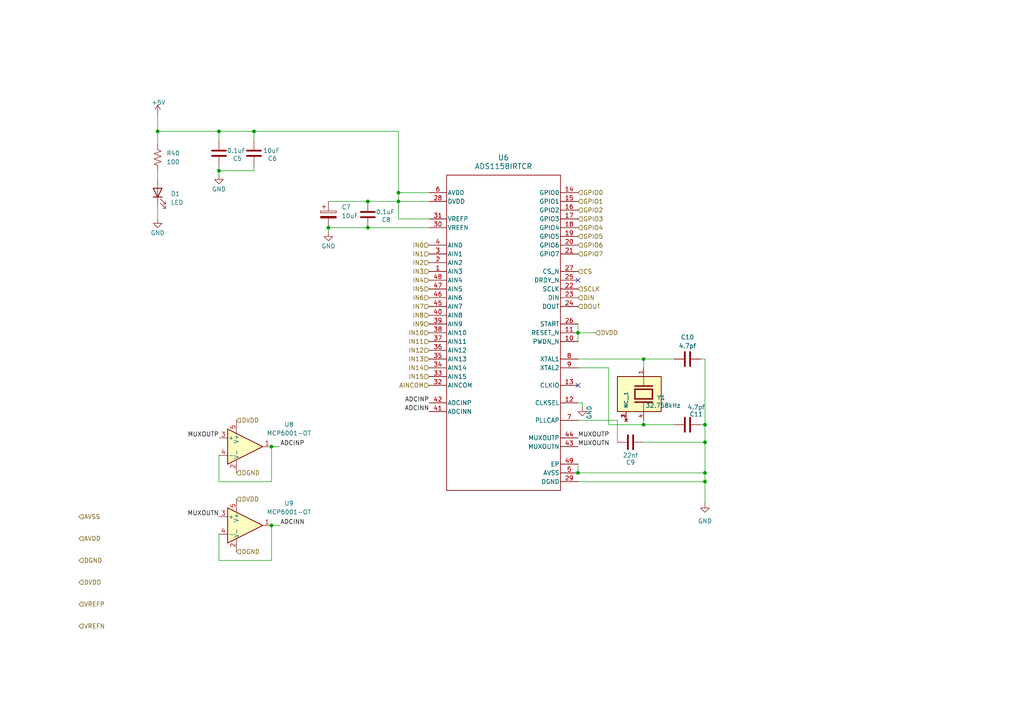
<source format=kicad_sch>
(kicad_sch (version 20250114) (generator "eeschema") (generator_version "9.0")
  (paper "A4")
  (lib_symbols
    (symbol "Amplifier_Operational:MCP6001-OT" (pin_names (offset 0.127))
      (property "Reference" "U" (at -1.27 6.35 0))
      (property "Value" "MCP6001-OT" (at -1.27 3.81 0))
      (symbol "MCP6001-OT_0_1"
        (polyline (pts (xy -5.08 5.08) (xy 5.08 0) (xy -5.08 -5.08) (xy -5.08 5.08)) (stroke (width 0.254)) (fill (type background)))
        (pin power_in line (at -2.54 7.62 270) (length 3.81) (name "V+") (number "5"))
        (pin power_in line (at -2.54 -7.62 90) (length 3.81) (name "V-") (number "2"))
      )
      (symbol "MCP6001-OT_1_1"
        (pin input line (at -7.62 2.54 0) (length 2.54) (name "+") (number "3"))
        (pin input line (at -7.62 -2.54 0) (length 2.54) (name "-") (number "4"))
        (pin output line (at 7.62 0 180) (length 2.54) (name "~") (number "1"))
      )
    )
    (symbol "Device:C" (pin_numbers (hide yes)) (pin_names (offset 0.254))
      (property "Reference" "C" (at 0.635 2.54 0))
      (property "Value" "C" (at 0.635 -2.54 0))
      (symbol "C_0_1"
        (polyline (pts (xy -2.032 0.762) (xy 2.032 0.762)) (stroke (width 0.508)))
        (polyline (pts (xy -2.032 -0.762) (xy 2.032 -0.762)) (stroke (width 0.508)))
      )
      (symbol "C_1_1"
        (pin passive line (at 0 3.81 270) (length 2.794) (name "~") (number "1"))
        (pin passive line (at 0 -3.81 90) (length 2.794) (name "~") (number "2"))
      )
    )
    (symbol "Device:C_Polarized" (pin_numbers (hide yes)) (pin_names (offset 0.254))
      (property "Reference" "C" (at 0.635 2.54 0))
      (property "Value" "C_Polarized" (at 0.635 -2.54 0))
      (symbol "C_Polarized_0_1"
        (rectangle (start -2.286 0.508) (end 2.286 1.016))
        (polyline (pts (xy -1.778 2.286) (xy -0.762 2.286)))
        (polyline (pts (xy -1.27 2.794) (xy -1.27 1.778)))
        (rectangle (start 2.286 -0.508) (end -2.286 -1.016) (fill (type outline)))
      )
      (symbol "C_Polarized_1_1"
        (pin passive line (at 0 3.81 270) (length 2.794) (name "~") (number "1"))
        (pin passive line (at 0 -3.81 90) (length 2.794) (name "~") (number "2"))
      )
    )
    (symbol "Device:LED" (pin_numbers (hide yes)) (pin_names (offset 1.016) (hide yes))
      (property "Reference" "D" (at 0 2.54 0))
      (property "Value" "LED" (at 0 -2.54 0))
      (symbol "LED_0_1"
        (polyline (pts (xy -3.048 -0.762) (xy -4.572 -2.286) (xy -3.81 -2.286) (xy -4.572 -2.286) (xy -4.572 -1.524)))
        (polyline (pts (xy -1.778 -0.762) (xy -3.302 -2.286) (xy -2.54 -2.286) (xy -3.302 -2.286) (xy -3.302 -1.524)))
        (polyline (pts (xy -1.27 0) (xy 1.27 0)))
        (polyline (pts (xy -1.27 -1.27) (xy -1.27 1.27)) (stroke (width 0.254)))
        (polyline (pts (xy 1.27 -1.27) (xy 1.27 1.27) (xy -1.27 0) (xy 1.27 -1.27)) (stroke (width 0.254)))
      )
      (symbol "LED_1_1"
        (pin passive line (at -3.81 0 0) (length 2.54) (name "K") (number "1"))
        (pin passive line (at 3.81 0 180) (length 2.54) (name "A") (number "2"))
      )
    )
    (symbol "Device:R_US" (pin_numbers (hide yes)) (pin_names (offset 0))
      (property "Reference" "R" (at 2.54 0 90))
      (property "Value" "R_US" (at -2.54 0 90))
      (symbol "R_US_0_1"
        (polyline (pts (xy 0 2.286) (xy 0 2.54)))
        (polyline (pts (xy 0 2.286) (xy 1.016 1.905) (xy 0 1.524) (xy -1.016 1.143) (xy 0 0.762)))
        (polyline (pts (xy 0 0.762) (xy 1.016 0.381) (xy 0 0) (xy -1.016 -0.381) (xy 0 -0.762)))
        (polyline (pts (xy 0 -0.762) (xy 1.016 -1.143) (xy 0 -1.524) (xy -1.016 -1.905) (xy 0 -2.286)))
        (polyline (pts (xy 0 -2.286) (xy 0 -2.54)))
      )
      (symbol "R_US_1_1"
        (pin passive line (at 0 3.81 270) (length 1.27) (name "~") (number "1"))
        (pin passive line (at 0 -3.81 90) (length 1.27) (name "~") (number "2"))
      )
    )
    (symbol "avi_lib:ADS1158IRTCR" (pin_names (offset 0.254))
      (property "Reference" "U" (at 0 2.54 0))
      (property "Value" "ADS1158IRTCR" (at 0 0 0))
      (symbol "ADS1158IRTCR_0_1"
        (polyline (pts (xy 5.08 5.08) (xy 5.08 -86.36)) (stroke (width 0.2032)))
        (polyline (pts (xy 5.08 -86.36) (xy 38.1 -86.36)) (stroke (width 0.2032)))
        (polyline (pts (xy 38.1 5.08) (xy 5.08 5.08)) (stroke (width 0.2032)))
        (polyline (pts (xy 38.1 -86.36) (xy 38.1 5.08)) (stroke (width 0.2032)))
        (pin power_in line (at 0 0 0) (length 5.08) (name "AVDD") (number "6"))
        (pin power_in line (at 0 -2.54 0) (length 5.08) (name "DVDD") (number "28"))
        (pin unspecified line (at 0 -7.62 0) (length 5.08) (name "VREFP") (number "31"))
        (pin unspecified line (at 0 -10.16 0) (length 5.08) (name "VREFN") (number "30"))
        (pin unspecified line (at 0 -15.24 0) (length 5.08) (name "AIN0") (number "4"))
        (pin unspecified line (at 0 -17.78 0) (length 5.08) (name "AIN1") (number "3"))
        (pin unspecified line (at 0 -20.32 0) (length 5.08) (name "AIN2") (number "2"))
        (pin unspecified line (at 0 -22.86 0) (length 5.08) (name "AIN3") (number "1"))
        (pin unspecified line (at 0 -25.4 0) (length 5.08) (name "AIN4") (number "48"))
        (pin unspecified line (at 0 -27.94 0) (length 5.08) (name "AIN5") (number "47"))
        (pin unspecified line (at 0 -30.48 0) (length 5.08) (name "AIN6") (number "46"))
        (pin unspecified line (at 0 -33.02 0) (length 5.08) (name "AIN7") (number "45"))
        (pin unspecified line (at 0 -35.56 0) (length 5.08) (name "AIN8") (number "40"))
        (pin unspecified line (at 0 -38.1 0) (length 5.08) (name "AIN9") (number "39"))
        (pin unspecified line (at 0 -40.64 0) (length 5.08) (name "AIN10") (number "38"))
        (pin unspecified line (at 0 -43.18 0) (length 5.08) (name "AIN11") (number "37"))
        (pin unspecified line (at 0 -45.72 0) (length 5.08) (name "AIN12") (number "36"))
        (pin unspecified line (at 0 -48.26 0) (length 5.08) (name "AIN13") (number "35"))
        (pin unspecified line (at 0 -50.8 0) (length 5.08) (name "AIN14") (number "34"))
        (pin unspecified line (at 0 -53.34 0) (length 5.08) (name "AIN15") (number "33"))
        (pin unspecified line (at 0 -55.88 0) (length 5.08) (name "AINCOM") (number "32"))
        (pin unspecified line (at 0 -60.96 0) (length 5.08) (name "ADCINP") (number "42"))
        (pin unspecified line (at 0 -63.5 0) (length 5.08) (name "ADCINN") (number "41"))
        (pin bidirectional line (at 43.18 0 180) (length 5.08) (name "GPIO0") (number "14"))
        (pin bidirectional line (at 43.18 -2.54 180) (length 5.08) (name "GPIO1") (number "15"))
        (pin bidirectional line (at 43.18 -5.08 180) (length 5.08) (name "GPIO2") (number "16"))
        (pin bidirectional line (at 43.18 -7.62 180) (length 5.08) (name "GPIO3") (number "17"))
        (pin bidirectional line (at 43.18 -10.16 180) (length 5.08) (name "GPIO4") (number "18"))
        (pin bidirectional line (at 43.18 -12.7 180) (length 5.08) (name "GPIO5") (number "19"))
        (pin bidirectional line (at 43.18 -15.24 180) (length 5.08) (name "GPIO6") (number "20"))
        (pin bidirectional line (at 43.18 -17.78 180) (length 5.08) (name "GPIO7") (number "21"))
        (pin input line (at 43.18 -22.86 180) (length 5.08) (name "CS_N") (number "27"))
        (pin output line (at 43.18 -25.4 180) (length 5.08) (name "DRDY_N") (number "25"))
        (pin input line (at 43.18 -27.94 180) (length 5.08) (name "SCLK") (number "22"))
        (pin input line (at 43.18 -30.48 180) (length 5.08) (name "DIN") (number "23"))
        (pin output line (at 43.18 -33.02 180) (length 5.08) (name "DOUT") (number "24"))
        (pin input line (at 43.18 -38.1 180) (length 5.08) (name "START") (number "26"))
        (pin input line (at 43.18 -40.64 180) (length 5.08) (name "RESET_N") (number "11"))
        (pin input line (at 43.18 -43.18 180) (length 5.08) (name "PWDN_N") (number "10"))
        (pin unspecified line (at 43.18 -48.26 180) (length 5.08) (name "XTAL1") (number "8"))
        (pin unspecified line (at 43.18 -50.8 180) (length 5.08) (name "XTAL2") (number "9"))
        (pin bidirectional line (at 43.18 -55.88 180) (length 5.08) (name "CLKIO") (number "13"))
        (pin input line (at 43.18 -60.96 180) (length 5.08) (name "CLKSEL") (number "12"))
        (pin unspecified line (at 43.18 -66.04 180) (length 5.08) (name "PLLCAP") (number "7"))
        (pin unspecified line (at 43.18 -71.12 180) (length 5.08) (name "MUXOUTP") (number "44"))
        (pin unspecified line (at 43.18 -73.66 180) (length 5.08) (name "MUXOUTN") (number "43"))
        (pin unspecified line (at 43.18 -78.74 180) (length 5.08) (name "EP") (number "49"))
        (pin power_in line (at 43.18 -81.28 180) (length 5.08) (name "AVSS") (number "5"))
        (pin power_in line (at 43.18 -83.82 180) (length 5.08) (name "DGND") (number "29"))
      )
    )
    (symbol "avi_lib:MC-306_32.7680K-A0_ROHS" (pin_names (offset 1.016))
      (property "Reference" "Y" (at -5.0878 6.3559 0))
      (property "Value" "MC-306_32.7680K-A0_ROHS" (at -5.0944 -10.16 0))
      (symbol "MC-306_32.7680K-A0_ROHS_0_0"
        (polyline (pts (xy -5.08 0) (xy -2.54 0)) (stroke (width 0.1524)))
        (rectangle (start -5.08 -7.62) (end 5.08 5.08) (stroke (width 0.254)) (fill (type background)))
        (polyline (pts (xy -2.3368 2.54) (xy -2.3368 -2.54)) (stroke (width 0.4064)))
        (polyline (pts (xy -1.397 2.54) (xy -1.397 -2.54)) (stroke (width 0.4064)))
        (polyline (pts (xy -1.397 2.54) (xy 1.397 2.54)) (stroke (width 0.4064)))
        (polyline (pts (xy 1.397 2.54) (xy 1.397 -2.54)) (stroke (width 0.4064)))
        (polyline (pts (xy 1.397 -2.54) (xy -1.397 -2.54)) (stroke (width 0.4064)))
        (polyline (pts (xy 2.3368 2.54) (xy 2.3368 -2.54)) (stroke (width 0.4064)))
        (polyline (pts (xy 2.54 0) (xy 5.08 0)) (stroke (width 0.1524)))
        (pin passive line (at -7.62 0 0) (length 2.54) (name "~") (number "1"))
        (pin passive line (at 7.62 0 180) (length 2.54) (name "~") (number "4"))
        (pin no_connect line (at 7.62 -5.08 180) (length 2.54) (name "NC") (number "2"))
        (pin no_connect line (at 7.62 -5.08 180) (length 2.54) (name "NC__1") (number "3"))
      )
    )
    (symbol "power:+5V" (power) (pin_numbers (hide yes)) (pin_names (offset 0) (hide yes))
      (property "Value" "+5V" (at 0 3.556 0))
      (symbol "+5V_0_1"
        (polyline (pts (xy -0.762 1.27) (xy 0 2.54)))
        (polyline (pts (xy 0 2.54) (xy 0.762 1.27)))
        (polyline (pts (xy 0 0) (xy 0 2.54)))
      )
      (symbol "+5V_1_1"
        (pin power_in line (at 0 0 90) (length 0) (name "~") (number "1"))
      )
    )
    (symbol "power:GND" (power) (pin_numbers (hide yes)) (pin_names (offset 0) (hide yes))
      (property "Value" "GND" (at 0 -3.81 0))
      (symbol "GND_0_1"
        (polyline (pts (xy 0 0) (xy 0 -1.27) (xy 1.27 -1.27) (xy 0 -2.54) (xy -1.27 -1.27) (xy 0 -1.27)))
      )
      (symbol "GND_1_1"
        (pin power_in line (at 0 0 270) (length 0) (name "~") (number "1"))
      )
    )
  )
  (junction (at 115.57 55.88))
  (junction (at 115.57 58.42))
  (junction (at 204.47 137.16))
  (junction (at 167.64 96.52))
  (junction (at 186.69 104.14))
  (junction (at 186.69 123.19))
  (junction (at 45.72 38.1))
  (junction (at 78.74 129.54))
  (junction (at 204.47 123.19))
  (junction (at 78.74 152.4))
  (junction (at 204.47 128.27))
  (junction (at 106.68 58.42))
  (junction (at 106.68 66.04))
  (junction (at 63.5 49.53))
  (junction (at 63.5 38.1))
  (junction (at 167.64 137.16))
  (junction (at 204.47 139.7))
  (junction (at 73.66 38.1))
  (junction (at 95.25 66.04))
  (no_connect (at 167.64 111.76))
  (no_connect (at 167.64 81.28))
  (wire (pts (xy 45.72 38.1) (xy 63.5 38.1)))
  (wire (pts (xy 124.46 58.42) (xy 115.57 58.42)))
  (wire (pts (xy 186.69 104.14) (xy 186.69 106.68)))
  (wire (pts (xy 168.91 116.84) (xy 167.64 116.84)))
  (wire (pts (xy 115.57 58.42) (xy 115.57 55.88)))
  (wire (pts (xy 204.47 146.05) (xy 204.47 139.7)))
  (wire (pts (xy 78.74 152.4) (xy 81.28 152.4)))
  (wire (pts (xy 124.46 63.5) (xy 115.57 63.5)))
  (wire (pts (xy 78.74 129.54) (xy 81.28 129.54)))
  (wire (pts (xy 204.47 104.14) (xy 203.2 104.14)))
  (wire (pts (xy 186.69 123.19) (xy 186.69 121.92)))
  (wire (pts (xy 167.64 134.62) (xy 167.64 137.16)))
  (wire (pts (xy 45.72 59.69) (xy 45.72 63.5)))
  (wire (pts (xy 167.64 96.52) (xy 167.64 99.06)))
  (wire (pts (xy 167.64 93.98) (xy 167.64 96.52)))
  (wire (pts (xy 176.53 106.68) (xy 176.53 123.19)))
  (wire (pts (xy 95.25 66.04) (xy 95.25 67.31)))
  (wire (pts (xy 73.66 48.26) (xy 73.66 49.53)))
  (wire (pts (xy 115.57 63.5) (xy 115.57 58.42)))
  (wire (pts (xy 95.25 58.42) (xy 106.68 58.42)))
  (wire (pts (xy 204.47 104.14) (xy 204.47 123.19)))
  (wire (pts (xy 195.58 123.19) (xy 186.69 123.19)))
  (wire (pts (xy 73.66 38.1) (xy 73.66 40.64)))
  (wire (pts (xy 204.47 123.19) (xy 203.2 123.19)))
  (wire (pts (xy 115.57 55.88) (xy 124.46 55.88)))
  (wire (pts (xy 167.64 121.92) (xy 179.07 121.92)))
  (wire (pts (xy 63.5 38.1) (xy 63.5 40.64)))
  (wire (pts (xy 45.72 52.07) (xy 45.72 49.53)))
  (wire (pts (xy 167.64 104.14) (xy 186.69 104.14)))
  (wire (pts (xy 73.66 38.1) (xy 115.57 38.1)))
  (wire (pts (xy 63.5 49.53) (xy 63.5 50.8)))
  (wire (pts (xy 45.72 38.1) (xy 45.72 41.91)))
  (wire (pts (xy 204.47 128.27) (xy 204.47 137.16)))
  (wire (pts (xy 63.5 48.26) (xy 63.5 49.53)))
  (wire (pts (xy 115.57 38.1) (xy 115.57 55.88)))
  (wire (pts (xy 172.72 96.52) (xy 167.64 96.52)))
  (wire (pts (xy 63.5 139.7) (xy 63.5 132.08)))
  (wire (pts (xy 168.91 118.11) (xy 168.91 116.84)))
  (wire (pts (xy 106.68 58.42) (xy 115.57 58.42)))
  (wire (pts (xy 73.66 49.53) (xy 63.5 49.53)))
  (wire (pts (xy 45.72 33.02) (xy 45.72 38.1)))
  (wire (pts (xy 204.47 123.19) (xy 204.47 128.27)))
  (wire (pts (xy 204.47 137.16) (xy 204.47 139.7)))
  (wire (pts (xy 78.74 152.4) (xy 78.74 162.56)))
  (wire (pts (xy 95.25 66.04) (xy 106.68 66.04)))
  (wire (pts (xy 63.5 162.56) (xy 63.5 154.94)))
  (wire (pts (xy 78.74 162.56) (xy 63.5 162.56)))
  (wire (pts (xy 186.69 128.27) (xy 204.47 128.27)))
  (wire (pts (xy 167.64 106.68) (xy 176.53 106.68)))
  (wire (pts (xy 179.07 121.92) (xy 179.07 128.27)))
  (wire (pts (xy 167.64 137.16) (xy 204.47 137.16)))
  (wire (pts (xy 204.47 139.7) (xy 167.64 139.7)))
  (wire (pts (xy 63.5 38.1) (xy 73.66 38.1)))
  (wire (pts (xy 78.74 129.54) (xy 78.74 139.7)))
  (wire (pts (xy 176.53 123.19) (xy 186.69 123.19)))
  (wire (pts (xy 195.58 104.14) (xy 186.69 104.14)))
  (wire (pts (xy 106.68 66.04) (xy 124.46 66.04)))
  (wire (pts (xy 78.74 139.7) (xy 63.5 139.7)))
  (label "ADCINN" (at 81.28 152.4 0))
  (label "MUXOUTP" (at 63.5 127 180))
  (label "MUXOUTN" (at 63.5 149.86 180))
  (label "MUXOUTN" (at 167.64 129.54 0))
  (label "ADCINP" (at 124.46 116.84 180))
  (label "MUXOUTP" (at 167.64 127 0))
  (label "ADCINP" (at 81.28 129.54 0))
  (label "ADCINN" (at 124.46 119.38 180))
  (hierarchical_label "DVDD" (shape input) (at 68.58 144.78 0))
  (hierarchical_label "SCLK" (shape input) (at 167.64 83.82 0))
  (hierarchical_label "IN10" (shape input) (at 124.46 96.52 180))
  (hierarchical_label "GPIO5" (shape input) (at 167.64 68.58 0))
  (hierarchical_label "AVSS" (shape input) (at 22.86 149.86 0))
  (hierarchical_label "DVDD" (shape input) (at 172.72 96.52 0))
  (hierarchical_label "IN9" (shape input) (at 124.46 93.98 180))
  (hierarchical_label "GPIO7" (shape input) (at 167.64 73.66 0))
  (hierarchical_label "GPIO4" (shape input) (at 167.64 66.04 0))
  (hierarchical_label "DIN" (shape input) (at 167.64 86.36 0))
  (hierarchical_label "IN7" (shape input) (at 124.46 88.9 180))
  (hierarchical_label "VREFN" (shape input) (at 22.86 181.61 0))
  (hierarchical_label "DGND" (shape input) (at 22.86 162.56 0))
  (hierarchical_label "AINCOM" (shape input) (at 124.46 111.76 180))
  (hierarchical_label "IN0" (shape input) (at 124.46 71.12 180))
  (hierarchical_label "GPIO2" (shape input) (at 167.64 60.96 0))
  (hierarchical_label "DVDD" (shape input) (at 68.58 121.92 0))
  (hierarchical_label "IN2" (shape input) (at 124.46 76.2 180))
  (hierarchical_label "GPIO6" (shape input) (at 167.64 71.12 0))
  (hierarchical_label "AVDD" (shape input) (at 22.86 156.21 0))
  (hierarchical_label "IN12" (shape input) (at 124.46 101.6 180))
  (hierarchical_label "GPIO3" (shape input) (at 167.64 63.5 0))
  (hierarchical_label "GPIO1" (shape input) (at 167.64 58.42 0))
  (hierarchical_label "DGND" (shape input) (at 68.58 137.16 0))
  (hierarchical_label "IN3" (shape input) (at 124.46 78.74 180))
  (hierarchical_label "IN11" (shape input) (at 124.46 99.06 180))
  (hierarchical_label "IN13" (shape input) (at 124.46 104.14 180))
  (hierarchical_label "IN8" (shape input) (at 124.46 91.44 180))
  (hierarchical_label "VREFP" (shape input) (at 22.86 175.26 0))
  (hierarchical_label "IN14" (shape input) (at 124.46 106.68 180))
  (hierarchical_label "IN1" (shape input) (at 124.46 73.66 180))
  (hierarchical_label "IN6" (shape input) (at 124.46 86.36 180))
  (hierarchical_label "IN15" (shape input) (at 124.46 109.22 180))
  (hierarchical_label "IN4" (shape input) (at 124.46 81.28 180))
  (hierarchical_label "DGND" (shape input) (at 68.58 160.02 0))
  (hierarchical_label "CS" (shape input) (at 167.64 78.74 0))
  (hierarchical_label "IN5" (shape input) (at 124.46 83.82 180))
  (hierarchical_label "DOUT" (shape input) (at 167.64 88.9 0))
  (hierarchical_label "DVDD" (shape input) (at 22.86 168.91 0))
  (hierarchical_label "GPIO0" (shape input) (at 167.64 55.88 0))
  (symbol (lib_id "power:GND") (at 63.5 50.8 0) (unit 1)
    (property "Reference" "#PWR051" (effects (hide yes)))
    (property "Value" "GND" (at 63.5 54.864 0))
    (property "Description" "Power symbol creates a global label with name \"GND\" , ground" (effects (hide yes)))
  )
  (symbol (lib_id "Device:C") (at 63.5 44.45 0) (unit 1)
    (property "Reference" "C5" (at 68.834 45.974 0))
    (property "Value" "0.1uF" (at 68.58 43.688 0))
    (property "Footprint" "Capacitor_SMD:C_0603_1608Metric" (effects (hide yes)))
    (property "Description" "Unpolarized capacitor" (effects (hide yes)))
  )
  (symbol (lib_id "Device:LED") (at 45.72 55.88 90) (unit 1)
    (property "Reference" "D1" (at 49.53 56.1974 90) (effects (justify right)))
    (property "Value" "LED" (at 49.53 58.7374 90) (effects (justify right)))
    (property "Footprint" "Capacitor_SMD:C_0603_1608Metric" (effects (hide yes)))
    (property "Description" "Light emitting diode" (effects (hide yes)))
  )
  (symbol (lib_id "Device:C") (at 199.39 123.19 270) (unit 1)
    (property "Reference" "C11" (at 201.93 120.142 90))
    (property "Value" "4.7pf" (at 201.93 118.11 90))
    (property "Footprint" "Capacitor_SMD:C_0603_1608Metric" (effects (hide yes)))
    (property "Description" "Unpolarized capacitor" (effects (hide yes)))
  )
  (symbol (lib_id "Device:R_US") (at 45.72 45.72 0) (unit 1)
    (property "Reference" "R40" (at 48.26 44.4499 0) (effects (justify left)))
    (property "Value" "100" (at 48.26 46.9899 0) (effects (justify left)))
    (property "Footprint" "Resistor_SMD:R_0603_1608Metric" (effects (hide yes)))
    (property "Description" "Resistor, US symbol" (effects (hide yes)))
  )
  (symbol (lib_id "avi_lib:ADS1158IRTCR") (at 124.46 55.88 0) (unit 1)
    (property "Reference" "U6" (at 146.05 45.72 0) (effects (font (size 1.524 1.524))))
    (property "Value" "ADS1158IRTCR" (at 146.05 48.26 0) (effects (font (size 1.524 1.524))))
    (property "Footprint" "RTC0048A-IPC_A" (effects (hide yes)))
    (property "Datasheet" "https://www.ti.com/lit/gpn/ads1158" (effects (hide yes)))
  )
  (symbol (lib_id "Device:C") (at 199.39 104.14 270) (unit 1)
    (property "Reference" "C10" (at 199.39 97.79 90))
    (property "Value" "4.7pf" (at 199.39 100.33 90))
    (property "Footprint" "Capacitor_SMD:C_0603_1608Metric" (effects (hide yes)))
    (property "Description" "Unpolarized capacitor" (effects (hide yes)))
  )
  (symbol (lib_id "power:+5V") (at 45.72 33.02 0) (unit 1)
    (property "Reference" "#PWR049" (effects (hide yes)))
    (property "Value" "+5V" (at 45.974 29.718 0))
    (property "Description" "Power symbol creates a global label with name \"+5V\"" (effects (hide yes)))
  )
  (symbol (lib_id "power:GND") (at 45.72 63.5 0) (unit 1)
    (property "Reference" "#PWR050" (effects (hide yes)))
    (property "Value" "GND" (at 45.72 67.564 0))
    (property "Description" "Power symbol creates a global label with name \"GND\" , ground" (effects (hide yes)))
  )
  (symbol (lib_id "power:GND") (at 204.47 146.05 0) (unit 1)
    (property "Reference" "#PWR054" (effects (hide yes)))
    (property "Value" "GND" (at 204.47 151.13 0))
    (property "Description" "Power symbol creates a global label with name \"GND\" , ground" (effects (hide yes)))
  )
  (symbol (lib_id "Device:C") (at 73.66 44.45 0) (unit 1)
    (property "Reference" "C6" (at 78.994 45.974 0))
    (property "Value" "10uF" (at 78.74 43.688 0))
    (property "Footprint" "Capacitor_SMD:C_0603_1608Metric" (effects (hide yes)))
    (property "Description" "Unpolarized capacitor" (effects (hide yes)))
  )
  (symbol (lib_id "Device:C") (at 182.88 128.27 270) (unit 1)
    (property "Reference" "C9" (at 182.88 134.112 90))
    (property "Value" "22nf" (at 182.88 132.08 90))
    (property "Footprint" "Capacitor_SMD:C_0603_1608Metric" (effects (hide yes)))
    (property "Description" "Unpolarized capacitor" (effects (hide yes)))
  )
  (symbol (lib_id "Device:C") (at 106.68 62.23 0) (unit 1)
    (property "Reference" "C8" (at 112.014 63.754 0))
    (property "Value" "0.1uF" (at 111.76 61.468 0))
    (property "Footprint" "Capacitor_SMD:C_0603_1608Metric" (effects (hide yes)))
    (property "Description" "Unpolarized capacitor" (effects (hide yes)))
  )
  (symbol (lib_id "Device:C_Polarized") (at 95.25 62.23 0) (unit 1)
    (property "Reference" "C7" (at 99.06 60.0709 0) (effects (justify left)))
    (property "Value" "10uF" (at 99.06 62.6109 0) (effects (justify left)))
    (property "Footprint" "Capacitor_SMD:C_0603_1608Metric" (effects (hide yes)))
    (property "Description" "Polarized capacitor" (effects (hide yes)))
  )
  (symbol (lib_id "power:GND") (at 168.91 118.11 0) (unit 1)
    (property "Reference" "#PWR053" (effects (hide yes)))
    (property "Value" "GND" (at 170.942 117.602 90) (effects (justify right)))
    (property "Description" "Power symbol creates a global label with name \"GND\" , ground" (effects (hide yes)))
  )
  (symbol (lib_id "Amplifier_Operational:MCP6001-OT") (at 71.12 152.4 0) (unit 1)
    (property "Reference" "U9" (at 83.82 145.9798 0))
    (property "Value" "MCP6001-OT" (at 83.82 148.5198 0))
    (property "Footprint" "Package_TO_SOT_SMD:SOT-23-5" (effects (hide yes)))
    (property "Datasheet" "https://ww1.microchip.com/downloads/en/DeviceDoc/MCP6001-1R-1U-2-4-1-MHz-Low-Power-Op-Amp-DS20001733L.pdf" (effects (hide yes)))
    (property "Description" "1MHz, Low-Power Op Amp, SOT-23-5" (effects (hide yes)))
  )
  (symbol (lib_id "power:GND") (at 95.25 67.31 0) (unit 1)
    (property "Reference" "#PWR052" (effects (hide yes)))
    (property "Value" "GND" (at 95.25 71.374 0))
    (property "Description" "Power symbol creates a global label with name \"GND\" , ground" (effects (hide yes)))
  )
  (symbol (lib_id "Amplifier_Operational:MCP6001-OT") (at 71.12 129.54 0) (unit 1)
    (property "Reference" "U8" (at 83.82 123.1198 0))
    (property "Value" "MCP6001-OT" (at 83.82 125.6598 0))
    (property "Footprint" "Package_TO_SOT_SMD:SOT-23-5" (effects (hide yes)))
    (property "Datasheet" "https://ww1.microchip.com/downloads/en/DeviceDoc/MCP6001-1R-1U-2-4-1-MHz-Low-Power-Op-Amp-DS20001733L.pdf" (effects (hide yes)))
    (property "Description" "1MHz, Low-Power Op Amp, SOT-23-5" (effects (hide yes)))
  )
  (symbol (lib_id "avi_lib:MC-306_32.7680K-A0_ROHS") (at 186.69 114.3 270) (unit 1)
    (property "Reference" "Y1" (at 190.5 115.316 90) (effects (justify left)))
    (property "Value" "32.768kHz" (at 187.198 117.602 90) (effects (justify left)))
    (property "Footprint" "avi_lib:XTAL_MC-306_32.7680K-A0_ROHS" (effects (hide yes)))
    (property "Description" "ECS-.327-12.5-17-TR" (effects (hide yes)))
    (property "PARTREV" "N/A" (effects (hide yes)))
    (property "STANDARD" "Manufacturer Recommendations" (effects (hide yes)))
    (property "MAXIMUM_PACKAGE_HEIGHT" "2.54 mm" (effects (hide yes)))
    (property "MANUFACTURER" "EPSON" (effects (hide yes)))
  )
)
</source>
